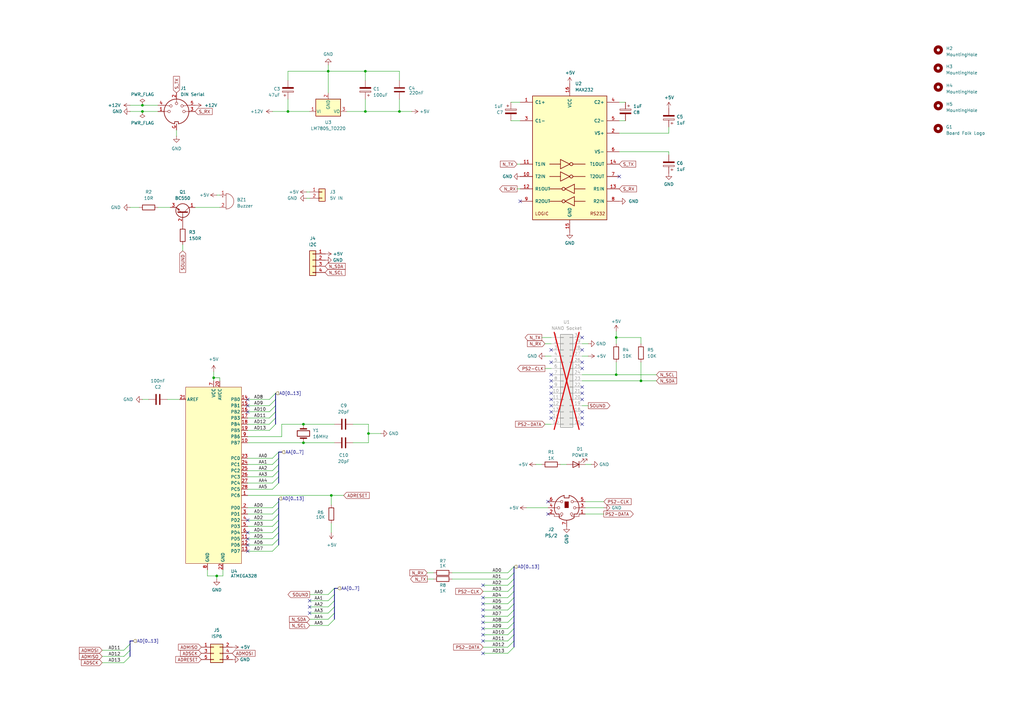
<source format=kicad_sch>
(kicad_sch (version 20231120) (generator "eeschema") (generator_version "8.0")
  (paper "A3")
  (lib_symbols
    (symbol "Connector_Generic:Conn_01x02" (pin_names (offset 1.016) hide)
      (property "Reference" "J" (at 0 2.54 0))
      (property "Value" "Conn_01x02" (at 0 -5.08 0))
      (symbol "Conn_01x02_1_1"
        (pin passive line (at -5.08 0 0) (length 3.81) (name "Pin_1") (number "1"))
        (pin passive line (at -5.08 -2.54 0) (length 3.81) (name "Pin_2") (number "2"))
      )
    )
    (symbol "Connector_Generic:Conn_01x04" (pin_names (offset 1.016) hide)
      (property "Reference" "J" (at 0 5.08 0))
      (property "Value" "Conn_01x04" (at 0 -7.62 0))
      (symbol "Conn_01x04_1_1"
        (pin passive line (at -5.08 2.54 0) (length 3.81) (name "Pin_1") (number "1"))
        (pin passive line (at -5.08 0 0) (length 3.81) (name "Pin_2") (number "2"))
        (pin passive line (at -5.08 -2.54 0) (length 3.81) (name "Pin_3") (number "3"))
        (pin passive line (at -5.08 -5.08 0) (length 3.81) (name "Pin_4") (number "4"))
      )
    )
    (symbol "Connector_Generic:Conn_02x03_Odd_Even" (pin_names (offset 1.016) hide)
      (property "Reference" "J" (at 1.27 5.08 0))
      (property "Value" "Conn_02x03_Odd_Even" (at 1.27 -5.08 0))
      (symbol "Conn_02x03_Odd_Even_1_1"
        (pin passive line (at -5.08 2.54 0) (length 3.81) (name "Pin_1") (number "1"))
        (pin passive line (at 7.62 2.54 180) (length 3.81) (name "Pin_2") (number "2"))
        (pin passive line (at -5.08 0 0) (length 3.81) (name "Pin_3") (number "3"))
        (pin passive line (at 7.62 0 180) (length 3.81) (name "Pin_4") (number "4"))
        (pin passive line (at -5.08 -2.54 0) (length 3.81) (name "Pin_5") (number "5"))
        (pin passive line (at 7.62 -2.54 180) (length 3.81) (name "Pin_6") (number "6"))
      )
    )
    (symbol "Connector_Generic:Conn_02x15_Counter_Clockwise" (pin_names (offset 1.016) hide)
      (property "Reference" "J" (at 1.27 20.32 0))
      (property "Value" "Conn_02x15_Counter_Clockwise" (at 1.27 -20.32 0))
      (symbol "Conn_02x15_Counter_Clockwise_1_1"
        (pin passive line (at -5.08 17.78 0) (length 3.81) (name "Pin_1") (number "1"))
        (pin passive line (at -5.08 -5.08 0) (length 3.81) (name "Pin_10") (number "10"))
        (pin passive line (at -5.08 -7.62 0) (length 3.81) (name "Pin_11") (number "11"))
        (pin passive line (at -5.08 -10.16 0) (length 3.81) (name "Pin_12") (number "12"))
        (pin passive line (at -5.08 -12.7 0) (length 3.81) (name "Pin_13") (number "13"))
        (pin passive line (at -5.08 -15.24 0) (length 3.81) (name "Pin_14") (number "14"))
        (pin passive line (at -5.08 -17.78 0) (length 3.81) (name "Pin_15") (number "15"))
        (pin passive line (at 7.62 -17.78 180) (length 3.81) (name "Pin_16") (number "16"))
        (pin passive line (at 7.62 -15.24 180) (length 3.81) (name "Pin_17") (number "17"))
        (pin passive line (at 7.62 -12.7 180) (length 3.81) (name "Pin_18") (number "18"))
        (pin passive line (at 7.62 -10.16 180) (length 3.81) (name "Pin_19") (number "19"))
        (pin passive line (at -5.08 15.24 0) (length 3.81) (name "Pin_2") (number "2"))
        (pin passive line (at 7.62 -7.62 180) (length 3.81) (name "Pin_20") (number "20"))
        (pin passive line (at 7.62 -5.08 180) (length 3.81) (name "Pin_21") (number "21"))
        (pin passive line (at 7.62 -2.54 180) (length 3.81) (name "Pin_22") (number "22"))
        (pin passive line (at 7.62 0 180) (length 3.81) (name "Pin_23") (number "23"))
        (pin passive line (at 7.62 2.54 180) (length 3.81) (name "Pin_24") (number "24"))
        (pin passive line (at 7.62 5.08 180) (length 3.81) (name "Pin_25") (number "25"))
        (pin passive line (at 7.62 7.62 180) (length 3.81) (name "Pin_26") (number "26"))
        (pin passive line (at 7.62 10.16 180) (length 3.81) (name "Pin_27") (number "27"))
        (pin passive line (at 7.62 12.7 180) (length 3.81) (name "Pin_28") (number "28"))
        (pin passive line (at 7.62 15.24 180) (length 3.81) (name "Pin_29") (number "29"))
        (pin passive line (at -5.08 12.7 0) (length 3.81) (name "Pin_3") (number "3"))
        (pin passive line (at 7.62 17.78 180) (length 3.81) (name "Pin_30") (number "30"))
        (pin passive line (at -5.08 10.16 0) (length 3.81) (name "Pin_4") (number "4"))
        (pin passive line (at -5.08 7.62 0) (length 3.81) (name "Pin_5") (number "5"))
        (pin passive line (at -5.08 5.08 0) (length 3.81) (name "Pin_6") (number "6"))
        (pin passive line (at -5.08 2.54 0) (length 3.81) (name "Pin_7") (number "7"))
        (pin passive line (at -5.08 0 0) (length 3.81) (name "Pin_8") (number "8"))
        (pin passive line (at -5.08 -2.54 0) (length 3.81) (name "Pin_9") (number "9"))
      )
    )
    (symbol "Device:Buzzer" (pin_names (offset 0.0254) hide)
      (property "Reference" "BZ" (at 3.81 1.27 0))
      (property "Value" "Buzzer" (at 3.81 -1.27 0))
      (symbol "Buzzer_1_1"
        (pin passive line (at -2.54 2.54 0) (length 2.54) (name "+") (number "1"))
        (pin passive line (at -2.54 -2.54 0) (length 2.54) (name "-") (number "2"))
      )
    )
    (symbol "Device:C" (pin_numbers hide) (pin_names (offset 0.254))
      (property "Reference" "C" (at 0.635 2.54 0))
      (property "Value" "C" (at 0.635 -2.54 0))
      (symbol "C_1_1"
        (pin passive line (at 0 3.81 270) (length 2.794) (name "~") (number "1"))
        (pin passive line (at 0 -3.81 90) (length 2.794) (name "~") (number "2"))
      )
    )
    (symbol "Device:C_Polarized" (pin_numbers hide) (pin_names (offset 0.254))
      (property "Reference" "C" (at 0.635 2.54 0))
      (property "Value" "C_Polarized" (at 0.635 -2.54 0))
      (symbol "C_Polarized_1_1"
        (pin passive line (at 0 3.81 270) (length 2.794) (name "~") (number "1"))
        (pin passive line (at 0 -3.81 90) (length 2.794) (name "~") (number "2"))
      )
    )
    (symbol "Device:Crystal" (pin_numbers hide) (pin_names (offset 1.016) hide)
      (property "Reference" "Y" (at 0 3.81 0))
      (property "Value" "Crystal" (at 0 -3.81 0))
      (symbol "Crystal_1_1"
        (pin passive line (at -3.81 0 0) (length 1.27) (name "1") (number "1"))
        (pin passive line (at 3.81 0 180) (length 1.27) (name "2") (number "2"))
      )
    )
    (symbol "Device:LED" (pin_numbers hide) (pin_names (offset 1.016) hide)
      (property "Reference" "D" (at 0 2.54 0))
      (property "Value" "LED" (at 0 -2.54 0))
      (symbol "LED_1_1"
        (pin passive line (at -3.81 0 0) (length 2.54) (name "K") (number "1"))
        (pin passive line (at 3.81 0 180) (length 2.54) (name "A") (number "2"))
      )
    )
    (symbol "Device:R" (pin_numbers hide) (pin_names (offset 0))
      (property "Reference" "R" (at 2.032 0 90))
      (property "Value" "R" (at 0 0 90))
      (symbol "R_1_1"
        (pin passive line (at 0 3.81 270) (length 1.27) (name "~") (number "1"))
        (pin passive line (at 0 -3.81 90) (length 1.27) (name "~") (number "2"))
      )
    )
    (symbol "Dragon32_PS2:ATMEGA328"
      (property "Reference" "IC" (at 6.35 -38.1 0))
      (property "Value" "ATMEGA328" (at 6.35 -40.64 0))
      (symbol "ATMEGA328_0_0"
        (pin bidirectional line (at 13.97 -7.62 180) (length 2.54) (name "PC6") (number "1"))
        (pin bidirectional line (at 13.97 13.97 180) (length 2.54) (name "PB7") (number "10"))
        (pin bidirectional line (at 13.97 -25.4 180) (length 2.54) (name "PD5") (number "11"))
        (pin bidirectional line (at 13.97 -27.94 180) (length 2.54) (name "PD6") (number "12"))
        (pin bidirectional line (at 13.97 -30.48 180) (length 2.54) (name "PD7") (number "13"))
        (pin bidirectional line (at 13.97 31.75 180) (length 2.54) (name "PB0") (number "14"))
        (pin bidirectional line (at 13.97 29.21 180) (length 2.54) (name "PB1") (number "15"))
        (pin bidirectional line (at 13.97 26.67 180) (length 2.54) (name "PB2") (number "16"))
        (pin bidirectional line (at 13.97 24.13 180) (length 2.54) (name "PB3") (number "17"))
        (pin bidirectional line (at 13.97 21.59 180) (length 2.54) (name "PB4") (number "18"))
        (pin bidirectional line (at 13.97 19.05 180) (length 2.54) (name "PB5") (number "19"))
        (pin bidirectional line (at 13.97 -12.7 180) (length 2.54) (name "PD0") (number "2"))
        (pin power_in line (at 2.54 39.37 270) (length 2.54) (name "AVCC") (number "20"))
        (pin passive line (at -13.97 31.75 0) (length 2.54) (name "AREF") (number "21"))
        (pin power_in line (at 3.81 -38.1 90) (length 2.54) (name "GND") (number "22"))
        (pin bidirectional line (at 13.97 7.62 180) (length 2.54) (name "PC0") (number "23"))
        (pin bidirectional line (at 13.97 5.08 180) (length 2.54) (name "PC1") (number "24"))
        (pin bidirectional line (at 13.97 2.54 180) (length 2.54) (name "PC2") (number "25"))
        (pin bidirectional line (at 13.97 0 180) (length 2.54) (name "PC3") (number "26"))
        (pin bidirectional line (at 13.97 -2.54 180) (length 2.54) (name "PC4") (number "27"))
        (pin bidirectional line (at 13.97 -5.08 180) (length 2.54) (name "PC5") (number "28"))
        (pin bidirectional line (at 13.97 -15.24 180) (length 2.54) (name "PD1") (number "3"))
        (pin bidirectional line (at 13.97 -17.78 180) (length 2.54) (name "PD2") (number "4"))
        (pin bidirectional line (at 13.97 -20.32 180) (length 2.54) (name "PD3") (number "5"))
        (pin bidirectional line (at 13.97 -22.86 180) (length 2.54) (name "PD4") (number "6"))
        (pin power_in line (at 0 39.37 270) (length 2.54) (name "VCC") (number "7"))
        (pin power_in line (at -2.54 -38.1 90) (length 2.54) (name "GND") (number "8"))
        (pin bidirectional line (at 13.97 16.51 180) (length 2.54) (name "PB6") (number "9"))
      )
    )
    (symbol "Interface_UART:MAX232" (pin_names (offset 1.016))
      (property "Reference" "U" (at -2.54 28.575 0))
      (property "Value" "MAX232" (at -2.54 26.67 0))
      (symbol "MAX232_0_0"
        (text "LOGIC" (at -11.43 -22.86 0) (effects (font (size 1.27 1.27))))
        (text "RS232" (at 11.43 -22.86 0) (effects (font (size 1.27 1.27))))
      )
      (symbol "MAX232_1_1"
        (pin passive line (at -20.32 22.86 0) (length 5.08) (name "C1+") (number "1"))
        (pin input line (at -20.32 -7.62 0) (length 5.08) (name "T2IN") (number "10"))
        (pin input line (at -20.32 -2.54 0) (length 5.08) (name "T1IN") (number "11"))
        (pin output line (at -20.32 -12.7 0) (length 5.08) (name "R1OUT") (number "12"))
        (pin input line (at 20.32 -12.7 180) (length 5.08) (name "R1IN") (number "13"))
        (pin output line (at 20.32 -2.54 180) (length 5.08) (name "T1OUT") (number "14"))
        (pin power_in line (at 0 -30.48 90) (length 5.08) (name "GND") (number "15"))
        (pin power_in line (at 0 30.48 270) (length 5.08) (name "VCC") (number "16"))
        (pin power_out line (at 20.32 10.16 180) (length 5.08) (name "VS+") (number "2"))
        (pin passive line (at -20.32 15.24 0) (length 5.08) (name "C1-") (number "3"))
        (pin passive line (at 20.32 22.86 180) (length 5.08) (name "C2+") (number "4"))
        (pin passive line (at 20.32 15.24 180) (length 5.08) (name "C2-") (number "5"))
        (pin power_out line (at 20.32 2.54 180) (length 5.08) (name "VS-") (number "6"))
        (pin output line (at 20.32 -7.62 180) (length 5.08) (name "T2OUT") (number "7"))
        (pin input line (at 20.32 -17.78 180) (length 5.08) (name "R2IN") (number "8"))
        (pin output line (at -20.32 -17.78 0) (length 5.08) (name "R2OUT") (number "9"))
      )
    )
    (symbol "Mechanical:MountingHole" (pin_names (offset 1.016)) (exclude_from_sim yes) (in_bom no)
      (property "Reference" "H" (at 0 5.08 0))
      (property "Value" "MountingHole" (at 0 3.175 0))
    )
    (symbol "Regulator_Linear:LM7805_TO220" (pin_names (offset 0.254))
      (property "Reference" "U" (at -3.81 3.175 0))
      (property "Value" "LM7805_TO220" (at 0 3.175 0))
      (symbol "LM7805_TO220_1_1"
        (pin power_in line (at -7.62 0 0) (length 2.54) (name "VI") (number "1"))
        (pin power_in line (at 0 -7.62 90) (length 2.54) (name "GND") (number "2"))
        (pin power_out line (at 7.62 0 180) (length 2.54) (name "VO") (number "3"))
      )
    )
    (symbol "TIMPS2Key:DIN Serial" (pin_names (offset 1.016))
      (property "Reference" "REF**" (at -12.7 -5.08 0))
      (property "Value" "DIN Serial" (at -12.7 -7.62 0))
      (symbol "DIN Serial_1_1"
        (pin passive line (at -7.62 0 0) (length 2.54) (name "~") (number "1"))
        (pin passive line (at 0 7.62 270) (length 2.54) (name "~") (number "2"))
        (pin passive line (at 7.62 0 180) (length 2.54) (name "~") (number "3"))
        (pin passive line (at -7.62 2.54 0) (length 2.54) (name "~") (number "4"))
        (pin passive line (at 7.62 2.54 180) (length 2.54) (name "~") (number "5"))
        (pin passive line (at 0 -7.62 90) (length 2.54) (name "~") (number "G"))
      )
    )
    (symbol "TIMPS2Key:Mini-DIN-6" (pin_names (offset 1.016))
      (property "Reference" "J3" (at 0.0177 10.16 0))
      (property "Value" "PS/2" (at 0.0177 7.62 0))
      (symbol "Mini-DIN-6_1_1"
        (pin passive line (at 7.62 -2.54 180) (length 2.54) (name "~") (number "1"))
        (pin passive line (at -7.62 -2.54 0) (length 2.54) (name "~") (number "2"))
        (pin passive line (at 7.62 0 180) (length 2.54) (name "~") (number "3"))
        (pin passive line (at -7.62 0 0) (length 2.54) (name "~") (number "4"))
        (pin passive line (at 7.62 2.54 180) (length 2.54) (name "~") (number "5"))
        (pin passive line (at -7.62 2.54 0) (length 2.54) (name "~") (number "6"))
        (pin passive line (at 0 -7.62 90) (length 2.54) (name "") (number "7"))
      )
    )
    (symbol "Transistor_BJT:BC550" (pin_names (offset 0) hide)
      (property "Reference" "Q" (at 5.08 1.905 0))
      (property "Value" "BC550" (at 5.08 0 0))
      (symbol "BC550_1_1"
        (pin passive line (at 2.54 5.08 270) (length 2.54) (name "C") (number "1"))
        (pin input line (at -5.08 0 0) (length 5.08) (name "B") (number "2"))
        (pin passive line (at 2.54 -5.08 90) (length 2.54) (name "E") (number "3"))
      )
    )
    (symbol "power:+12V" (power) (pin_numbers hide) (pin_names (offset 0) hide)
      (property "Value" "+12V" (at 0 3.556 0))
      (symbol "+12V_1_1"
        (pin power_in line (at 0 0 90) (length 0) (name "~") (number "1"))
      )
    )
    (symbol "power:+5V" (power) (pin_numbers hide) (pin_names (offset 0) hide)
      (property "Value" "+5V" (at 0 3.556 0))
      (symbol "+5V_1_1"
        (pin power_in line (at 0 0 90) (length 0) (name "~") (number "1"))
      )
    )
    (symbol "power:GND" (power) (pin_numbers hide) (pin_names (offset 0) hide)
      (property "Value" "GND" (at 0 -3.81 0))
      (symbol "GND_1_1"
        (pin power_in line (at 0 0 270) (length 0) (name "~") (number "1"))
      )
    )
    (symbol "power:PWR_FLAG" (power) (pin_numbers hide) (pin_names (offset 0) hide)
      (property "Value" "PWR_FLAG" (at 0 3.81 0))
      (symbol "PWR_FLAG_0_0"
        (pin power_out line (at 0 0 90) (length 0) (name "~") (number "1"))
      )
    )
  )
  (junction (at 87.63 154.94))
  (junction (at 252.73 138.43))
  (junction (at 118.11 45.72))
  (junction (at 262.89 156.21))
  (junction (at 124.46 181.61))
  (junction (at 88.9 236.22))
  (junction (at 149.86 45.72))
  (junction (at 151.13 177.8))
  (junction (at 134.62 29.21))
  (junction (at 252.73 153.67))
  (junction (at 58.42 43.18))
  (junction (at 149.86 29.21))
  (junction (at 124.46 173.99))
  (junction (at 163.83 45.72))
  (junction (at 58.42 45.72))
  (junction (at 135.89 203.2))
  (no_connect (at 198.12 247.65))
  (no_connect (at 226.06 161.29))
  (no_connect (at 198.12 262.89))
  (no_connect (at 101.6 218.44))
  (no_connect (at 101.6 168.91))
  (no_connect (at 101.6 213.36))
  (no_connect (at 101.6 163.83))
  (no_connect (at 238.76 151.13))
  (no_connect (at 226.06 166.37))
  (no_connect (at 238.76 158.75))
  (no_connect (at 238.76 171.45))
  (no_connect (at 226.06 163.83))
  (no_connect (at 254 72.39))
  (no_connect (at 198.12 255.27))
  (no_connect (at 238.76 168.91))
  (no_connect (at 198.12 257.81))
  (no_connect (at 238.76 143.51))
  (no_connect (at 224.79 205.74))
  (no_connect (at 238.76 163.83))
  (no_connect (at 198.12 245.11))
  (no_connect (at 101.6 223.52))
  (no_connect (at 127 248.92))
  (no_connect (at 226.06 158.75))
  (no_connect (at 226.06 171.45))
  (no_connect (at 226.06 168.91))
  (no_connect (at 238.76 161.29))
  (no_connect (at 198.12 240.03))
  (no_connect (at 101.6 166.37))
  (no_connect (at 213.36 82.55))
  (no_connect (at 238.76 173.99))
  (no_connect (at 226.06 153.67))
  (no_connect (at 198.12 267.97))
  (no_connect (at 101.6 226.06))
  (no_connect (at 224.79 210.82))
  (no_connect (at 226.06 148.59))
  (no_connect (at 127 251.46))
  (no_connect (at 198.12 250.19))
  (no_connect (at 238.76 138.43))
  (no_connect (at 238.76 148.59))
  (no_connect (at 226.06 156.21))
  (no_connect (at 198.12 252.73))
  (no_connect (at 101.6 220.98))
  (no_connect (at 226.06 143.51))
  (no_connect (at 198.12 260.35))
  (no_connect (at 127 246.38))
  (bus_entry (at 208.28 240.03) (size 2.54 -2.54))
  (bus_entry (at 50.8 269.24) (size 2.54 -2.54))
  (bus_entry (at 208.28 237.49) (size 2.54 -2.54))
  (bus_entry (at 134.62 256.54) (size 2.54 -2.54))
  (bus_entry (at 110.49 168.91) (size 2.54 -2.54))
  (bus_entry (at 110.49 166.37) (size 2.54 -2.54))
  (bus_entry (at 208.28 260.35) (size 2.54 -2.54))
  (bus_entry (at 208.28 245.11) (size 2.54 -2.54))
  (bus_entry (at 111.76 223.52) (size 2.54 -2.54))
  (bus_entry (at 111.76 218.44) (size 2.54 -2.54))
  (bus_entry (at 134.62 246.38) (size 2.54 -2.54))
  (bus_entry (at 208.28 255.27) (size 2.54 -2.54))
  (bus_entry (at 50.8 271.78) (size 2.54 -2.54))
  (bus_entry (at 208.28 242.57) (size 2.54 -2.54))
  (bus_entry (at 208.28 262.89) (size 2.54 -2.54))
  (bus_entry (at 111.76 213.36) (size 2.54 -2.54))
  (bus_entry (at 111.76 200.66) (size 2.54 -2.54))
  (bus_entry (at 50.8 266.7) (size 2.54 -2.54))
  (bus_entry (at 111.76 220.98) (size 2.54 -2.54))
  (bus_entry (at 111.76 193.04) (size 2.54 -2.54))
  (bus_entry (at 111.76 226.06) (size 2.54 -2.54))
  (bus_entry (at 110.49 176.53) (size 2.54 -2.54))
  (bus_entry (at 111.76 187.96) (size 2.54 -2.54))
  (bus_entry (at 111.76 195.58) (size 2.54 -2.54))
  (bus_entry (at 110.49 171.45) (size 2.54 -2.54))
  (bus_entry (at 110.49 163.83) (size 2.54 -2.54))
  (bus_entry (at 208.28 247.65) (size 2.54 -2.54))
  (bus_entry (at 208.28 257.81) (size 2.54 -2.54))
  (bus_entry (at 208.28 267.97) (size 2.54 -2.54))
  (bus_entry (at 208.28 265.43) (size 2.54 -2.54))
  (bus_entry (at 208.28 234.95) (size 2.54 -2.54))
  (bus_entry (at 208.28 250.19) (size 2.54 -2.54))
  (bus_entry (at 134.62 254) (size 2.54 -2.54))
  (bus_entry (at 134.62 251.46) (size 2.54 -2.54))
  (bus_entry (at 134.62 248.92) (size 2.54 -2.54))
  (bus_entry (at 134.62 243.84) (size 2.54 -2.54))
  (bus_entry (at 111.76 210.82) (size 2.54 -2.54))
  (bus_entry (at 111.76 190.5) (size 2.54 -2.54))
  (bus_entry (at 111.76 215.9) (size 2.54 -2.54))
  (bus_entry (at 111.76 198.12) (size 2.54 -2.54))
  (bus_entry (at 208.28 252.73) (size 2.54 -2.54))
  (bus_entry (at 111.76 208.28) (size 2.54 -2.54))
  (bus_entry (at 110.49 173.99) (size 2.54 -2.54))
  (wire (pts (xy 142.24 45.72) (xy 149.86 45.72)))
  (wire (pts (xy 213.36 77.47) (xy 212.09 77.47)))
  (wire (pts (xy 151.13 173.99) (xy 151.13 177.8)))
  (wire (pts (xy 222.25 138.43) (xy 226.06 138.43)))
  (wire (pts (xy 41.91 271.78) (xy 50.8 271.78)))
  (wire (pts (xy 101.6 213.36) (xy 111.76 213.36)))
  (bus (pts (xy 114.3 220.98) (xy 114.3 223.52)))
  (wire (pts (xy 198.12 240.03) (xy 208.28 240.03)))
  (wire (pts (xy 90.17 156.21) (xy 90.17 154.94)))
  (wire (pts (xy 101.6 203.2) (xy 135.89 203.2)))
  (wire (pts (xy 127 243.84) (xy 134.62 243.84)))
  (wire (pts (xy 85.09 236.22) (xy 85.09 233.68)))
  (bus (pts (xy 114.3 205.74) (xy 114.3 208.28)))
  (wire (pts (xy 252.73 148.59) (xy 252.73 153.67)))
  (bus (pts (xy 114.3 213.36) (xy 114.3 215.9)))
  (bus (pts (xy 210.82 240.03) (xy 210.82 242.57)))
  (wire (pts (xy 198.12 250.19) (xy 208.28 250.19)))
  (wire (pts (xy 274.32 62.23) (xy 254 62.23)))
  (wire (pts (xy 101.6 215.9) (xy 111.76 215.9)))
  (wire (pts (xy 209.55 41.91) (xy 213.36 41.91)))
  (wire (pts (xy 124.46 181.61) (xy 137.16 181.61)))
  (bus (pts (xy 113.03 166.37) (xy 113.03 168.91)))
  (wire (pts (xy 101.6 166.37) (xy 110.49 166.37)))
  (wire (pts (xy 101.6 173.99) (xy 110.49 173.99)))
  (wire (pts (xy 149.86 40.64) (xy 149.86 45.72)))
  (wire (pts (xy 185.42 234.95) (xy 208.28 234.95)))
  (bus (pts (xy 210.82 262.89) (xy 210.82 265.43)))
  (wire (pts (xy 185.42 237.49) (xy 208.28 237.49)))
  (wire (pts (xy 252.73 138.43) (xy 252.73 140.97)))
  (wire (pts (xy 101.6 181.61) (xy 124.46 181.61)))
  (bus (pts (xy 210.82 232.41) (xy 210.82 234.95)))
  (wire (pts (xy 198.12 267.97) (xy 208.28 267.97)))
  (wire (pts (xy 53.34 45.72) (xy 58.42 45.72)))
  (bus (pts (xy 210.82 247.65) (xy 210.82 250.19)))
  (bus (pts (xy 113.03 171.45) (xy 113.03 173.99)))
  (wire (pts (xy 118.11 40.64) (xy 118.11 45.72)))
  (wire (pts (xy 58.42 43.18) (xy 64.77 43.18)))
  (wire (pts (xy 101.6 220.98) (xy 111.76 220.98)))
  (wire (pts (xy 240.03 190.5) (xy 242.57 190.5)))
  (wire (pts (xy 90.17 154.94) (xy 87.63 154.94)))
  (wire (pts (xy 240.03 208.28) (xy 247.65 208.28)))
  (wire (pts (xy 215.9 208.28) (xy 224.79 208.28)))
  (wire (pts (xy 101.6 179.07) (xy 115.57 179.07)))
  (bus (pts (xy 210.82 237.49) (xy 210.82 240.03)))
  (wire (pts (xy 74.93 102.87) (xy 74.93 100.33)))
  (wire (pts (xy 223.52 140.97) (xy 226.06 140.97)))
  (bus (pts (xy 115.57 185.42) (xy 114.3 185.42)))
  (wire (pts (xy 111.76 45.72) (xy 118.11 45.72)))
  (bus (pts (xy 114.3 190.5) (xy 114.3 193.04)))
  (wire (pts (xy 127 248.92) (xy 134.62 248.92)))
  (bus (pts (xy 137.16 241.3) (xy 137.16 243.84)))
  (wire (pts (xy 101.6 208.28) (xy 111.76 208.28)))
  (wire (pts (xy 198.12 247.65) (xy 208.28 247.65)))
  (wire (pts (xy 101.6 218.44) (xy 111.76 218.44)))
  (wire (pts (xy 175.26 237.49) (xy 177.8 237.49)))
  (wire (pts (xy 127 256.54) (xy 134.62 256.54)))
  (wire (pts (xy 262.89 156.21) (xy 238.76 156.21)))
  (bus (pts (xy 137.16 248.92) (xy 137.16 251.46)))
  (wire (pts (xy 262.89 138.43) (xy 252.73 138.43)))
  (bus (pts (xy 114.3 193.04) (xy 114.3 195.58)))
  (wire (pts (xy 127 254) (xy 134.62 254)))
  (bus (pts (xy 210.82 252.73) (xy 210.82 255.27)))
  (wire (pts (xy 213.36 67.31) (xy 212.09 67.31)))
  (wire (pts (xy 175.26 234.95) (xy 177.8 234.95)))
  (wire (pts (xy 125.73 81.28) (xy 127 81.28)))
  (bus (pts (xy 210.82 234.95) (xy 210.82 237.49)))
  (wire (pts (xy 91.44 233.68) (xy 91.44 236.22)))
  (wire (pts (xy 219.71 190.5) (xy 222.25 190.5)))
  (wire (pts (xy 198.12 262.89) (xy 208.28 262.89)))
  (wire (pts (xy 41.91 266.7) (xy 50.8 266.7)))
  (wire (pts (xy 254 49.53) (xy 256.54 49.53)))
  (bus (pts (xy 137.16 251.46) (xy 137.16 254)))
  (wire (pts (xy 53.34 43.18) (xy 58.42 43.18)))
  (wire (pts (xy 87.63 154.94) (xy 87.63 156.21)))
  (bus (pts (xy 114.3 187.96) (xy 114.3 190.5)))
  (wire (pts (xy 240.03 210.82) (xy 247.65 210.82)))
  (wire (pts (xy 274.32 54.61) (xy 254 54.61)))
  (bus (pts (xy 53.34 264.16) (xy 53.34 266.7)))
  (wire (pts (xy 223.52 146.05) (xy 226.06 146.05)))
  (wire (pts (xy 151.13 177.8) (xy 156.21 177.8)))
  (wire (pts (xy 124.46 173.99) (xy 137.16 173.99)))
  (wire (pts (xy 91.44 236.22) (xy 88.9 236.22)))
  (wire (pts (xy 252.73 135.89) (xy 252.73 138.43)))
  (bus (pts (xy 114.3 185.42) (xy 114.3 187.96)))
  (wire (pts (xy 198.12 242.57) (xy 208.28 242.57)))
  (wire (pts (xy 101.6 193.04) (xy 111.76 193.04)))
  (wire (pts (xy 64.77 85.09) (xy 69.85 85.09)))
  (wire (pts (xy 274.32 52.07) (xy 274.32 54.61)))
  (wire (pts (xy 101.6 200.66) (xy 111.76 200.66)))
  (wire (pts (xy 53.34 85.09) (xy 57.15 85.09)))
  (wire (pts (xy 198.12 265.43) (xy 208.28 265.43)))
  (wire (pts (xy 125.73 78.74) (xy 127 78.74)))
  (bus (pts (xy 114.3 204.47) (xy 114.3 205.74)))
  (wire (pts (xy 149.86 45.72) (xy 163.83 45.72)))
  (wire (pts (xy 198.12 260.35) (xy 208.28 260.35)))
  (wire (pts (xy 90.17 80.01) (xy 88.9 80.01)))
  (wire (pts (xy 58.42 163.83) (xy 60.96 163.83)))
  (wire (pts (xy 163.83 40.64) (xy 163.83 45.72)))
  (wire (pts (xy 151.13 181.61) (xy 151.13 177.8)))
  (wire (pts (xy 101.6 176.53) (xy 110.49 176.53)))
  (wire (pts (xy 127 246.38) (xy 134.62 246.38)))
  (wire (pts (xy 127 251.46) (xy 134.62 251.46)))
  (wire (pts (xy 198.12 255.27) (xy 208.28 255.27)))
  (wire (pts (xy 238.76 146.05) (xy 241.3 146.05)))
  (bus (pts (xy 113.03 161.29) (xy 113.03 163.83)))
  (wire (pts (xy 274.32 63.5) (xy 274.32 62.23)))
  (bus (pts (xy 137.16 246.38) (xy 137.16 248.92)))
  (wire (pts (xy 262.89 148.59) (xy 262.89 156.21)))
  (bus (pts (xy 114.3 195.58) (xy 114.3 198.12)))
  (wire (pts (xy 135.89 203.2) (xy 140.97 203.2)))
  (wire (pts (xy 88.9 236.22) (xy 88.9 237.49)))
  (wire (pts (xy 88.9 236.22) (xy 85.09 236.22)))
  (wire (pts (xy 149.86 29.21) (xy 163.83 29.21)))
  (wire (pts (xy 118.11 45.72) (xy 127 45.72)))
  (wire (pts (xy 252.73 153.67) (xy 238.76 153.67)))
  (bus (pts (xy 210.82 260.35) (xy 210.82 262.89)))
  (wire (pts (xy 240.03 205.74) (xy 247.65 205.74)))
  (wire (pts (xy 101.6 198.12) (xy 111.76 198.12)))
  (bus (pts (xy 53.34 262.89) (xy 53.34 264.16)))
  (wire (pts (xy 134.62 26.67) (xy 134.62 29.21)))
  (bus (pts (xy 114.3 210.82) (xy 114.3 213.36)))
  (bus (pts (xy 54.61 262.89) (xy 53.34 262.89)))
  (bus (pts (xy 114.3 215.9) (xy 114.3 218.44)))
  (wire (pts (xy 262.89 140.97) (xy 262.89 138.43)))
  (wire (pts (xy 68.58 163.83) (xy 73.66 163.83)))
  (wire (pts (xy 80.01 85.09) (xy 90.17 85.09)))
  (wire (pts (xy 269.24 153.67) (xy 252.73 153.67)))
  (wire (pts (xy 72.39 53.34) (xy 72.39 55.88)))
  (wire (pts (xy 209.55 49.53) (xy 213.36 49.53)))
  (wire (pts (xy 101.6 187.96) (xy 111.76 187.96)))
  (wire (pts (xy 149.86 29.21) (xy 149.86 33.02)))
  (bus (pts (xy 114.3 218.44) (xy 114.3 220.98)))
  (bus (pts (xy 210.82 250.19) (xy 210.82 252.73)))
  (wire (pts (xy 58.42 45.72) (xy 64.77 45.72)))
  (wire (pts (xy 198.12 257.81) (xy 208.28 257.81)))
  (wire (pts (xy 254 41.91) (xy 256.54 41.91)))
  (wire (pts (xy 101.6 163.83) (xy 110.49 163.83)))
  (bus (pts (xy 113.03 163.83) (xy 113.03 166.37)))
  (wire (pts (xy 198.12 245.11) (xy 208.28 245.11)))
  (wire (pts (xy 101.6 210.82) (xy 111.76 210.82)))
  (wire (pts (xy 134.62 29.21) (xy 149.86 29.21)))
  (bus (pts (xy 210.82 257.81) (xy 210.82 260.35)))
  (wire (pts (xy 115.57 173.99) (xy 124.46 173.99)))
  (wire (pts (xy 163.83 29.21) (xy 163.83 33.02)))
  (wire (pts (xy 241.3 166.37) (xy 238.76 166.37)))
  (bus (pts (xy 210.82 255.27) (xy 210.82 257.81)))
  (wire (pts (xy 223.52 151.13) (xy 226.06 151.13)))
  (wire (pts (xy 144.78 181.61) (xy 151.13 181.61)))
  (wire (pts (xy 115.57 179.07) (xy 115.57 173.99)))
  (wire (pts (xy 238.76 140.97) (xy 241.3 140.97)))
  (wire (pts (xy 134.62 29.21) (xy 134.62 38.1)))
  (wire (pts (xy 135.89 203.2) (xy 135.89 207.01)))
  (bus (pts (xy 137.16 243.84) (xy 137.16 246.38)))
  (bus (pts (xy 113.03 168.91) (xy 113.03 171.45)))
  (wire (pts (xy 118.11 33.02) (xy 118.11 29.21)))
  (wire (pts (xy 101.6 195.58) (xy 111.76 195.58)))
  (wire (pts (xy 101.6 190.5) (xy 111.76 190.5)))
  (wire (pts (xy 223.52 173.99) (xy 226.06 173.99)))
  (wire (pts (xy 163.83 45.72) (xy 168.91 45.72)))
  (bus (pts (xy 53.34 266.7) (xy 53.34 269.24)))
  (wire (pts (xy 101.6 171.45) (xy 110.49 171.45)))
  (wire (pts (xy 101.6 223.52) (xy 111.76 223.52)))
  (wire (pts (xy 101.6 168.91) (xy 110.49 168.91)))
  (wire (pts (xy 198.12 252.73) (xy 208.28 252.73)))
  (wire (pts (xy 101.6 226.06) (xy 111.76 226.06)))
  (wire (pts (xy 41.91 269.24) (xy 50.8 269.24)))
  (wire (pts (xy 135.89 214.63) (xy 135.89 218.44)))
  (wire (pts (xy 269.24 156.21) (xy 262.89 156.21)))
  (bus (pts (xy 114.3 208.28) (xy 114.3 210.82)))
  (wire (pts (xy 87.63 152.4) (xy 87.63 154.94)))
  (bus (pts (xy 210.82 245.11) (xy 210.82 247.65)))
  (wire (pts (xy 118.11 29.21) (xy 134.62 29.21)))
  (wire (pts (xy 229.87 190.5) (xy 232.41 190.5)))
  (bus (pts (xy 210.82 242.57) (xy 210.82 245.11)))
  (wire (pts (xy 144.78 173.99) (xy 151.13 173.99)))
  (bus (pts (xy 138.43 241.3) (xy 137.16 241.3)))
  (label "AA2" (at 128.905 248.92 0))
  (label "AD2" (at 201.93 240.03 0))
  (label "AA5" (at 106.045 200.66 0))
  (label "AD13" (at 201.93 267.97 0))
  (label "AA4" (at 128.905 254 0))
  (label "AA3" (at 106.045 195.58 0))
  (label "AD4" (at 104.14 218.44 0))
  (label "AA1" (at 128.905 246.38 0))
  (label "AD8" (at 201.93 255.27 0))
  (label "AD11" (at 201.93 262.89 0))
  (label "AD12" (at 104.14 173.99 0))
  (label "AA4" (at 106.045 198.12 0))
  (label "AD3" (at 201.93 242.57 0))
  (label "AD9" (at 201.93 257.81 0))
  (label "AD2" (at 104.14 213.36 0))
  (label "AD6" (at 201.93 250.19 0))
  (label "AD13" (at 44.45 271.78 0))
  (label "AA0" (at 128.905 243.84 0))
  (label "AA3" (at 128.905 251.46 0))
  (label "AD1" (at 104.14 210.82 0))
  (label "AD7" (at 201.93 252.73 0))
  (label "AD10" (at 201.93 260.35 0))
  (label "AD9" (at 104.14 166.37 0))
  (label "AD0" (at 201.93 234.95 0))
  (label "AD12" (at 201.93 265.43 0))
  (label "AD11" (at 44.45 266.7 0))
  (label "AD0" (at 104.14 208.28 0))
  (label "AD12" (at 44.45 269.24 0))
  (label "AD8" (at 104.14 163.83 0))
  (label "AA0" (at 106.045 187.96 0))
  (label "AA5" (at 128.905 256.54 0))
  (label "AD13" (at 104.14 176.53 0))
  (label "AD4" (at 201.93 245.11 0))
  (label "AD11" (at 104.14 171.45 0))
  (label "AD3" (at 104.14 215.9 0))
  (label "AA1" (at 106.045 190.5 0))
  (label "AD1" (at 201.93 237.49 0))
  (label "AD5" (at 201.93 247.65 0))
  (label "AA2" (at 106.045 193.04 0))
  (label "AD10" (at 104.14 168.91 0))
  (label "AD5" (at 104.14 220.98 0))
  (label "AD7" (at 104.14 226.06 0))
  (label "AD6" (at 104.14 223.52 0))
  (global_label "S_RX" (shape input) (at 254 77.47 0) (property "Intersheetrefs" "${INTERSHEET_REFS}" (effects (hide yes))))
  (global_label "N_SCL" (shape input) (at 269.24 153.67 0) (property "Intersheetrefs" "${INTERSHEET_REFS}" (effects (hide yes))))
  (global_label "PS2-CLK" (shape input) (at 198.12 242.57 180) (property "Intersheetrefs" "${INTERSHEET_REFS}" (effects (hide yes))))
  (global_label "PS2-CLK" (shape output) (at 223.52 151.13 180) (property "Intersheetrefs" "${INTERSHEET_REFS}" (effects (hide yes))))
  (global_label "ADMOSI" (shape input) (at 41.91 266.7 180) (property "Intersheetrefs" "${INTERSHEET_REFS}" (effects (hide yes))))
  (global_label "PS2-DATA" (shape input) (at 198.12 265.43 180) (property "Intersheetrefs" "${INTERSHEET_REFS}" (effects (hide yes))))
  (global_label "ADSCK" (shape input) (at 41.91 271.78 180) (property "Intersheetrefs" "${INTERSHEET_REFS}" (effects (hide yes))))
  (global_label "N_SCL" (shape input) (at 127 256.54 180) (property "Intersheetrefs" "${INTERSHEET_REFS}" (effects (hide yes))))
  (global_label "ADRESET" (shape input) (at 82.55 270.51 180) (property "Intersheetrefs" "${INTERSHEET_REFS}" (effects (hide yes))))
  (global_label "PS2-DATA" (shape output) (at 247.65 210.82 0) (property "Intersheetrefs" "${INTERSHEET_REFS}" (effects (hide yes))))
  (global_label "N_SDA" (shape input) (at 269.24 156.21 0) (property "Intersheetrefs" "${INTERSHEET_REFS}" (effects (hide yes))))
  (global_label "S_RX" (shape input) (at 80.01 45.72 0) (property "Intersheetrefs" "${INTERSHEET_REFS}" (effects (hide yes))))
  (global_label "N_SDA" (shape input) (at 127 254 180) (property "Intersheetrefs" "${INTERSHEET_REFS}" (effects (hide yes))))
  (global_label "ADMISO" (shape input) (at 82.55 265.43 180) (property "Intersheetrefs" "${INTERSHEET_REFS}" (effects (hide yes))))
  (global_label "SOUND" (shape output) (at 241.3 166.37 0) (property "Intersheetrefs" "${INTERSHEET_REFS}" (effects (hide yes))))
  (global_label "N_SCL" (shape input) (at 133.35 111.76 0) (property "Intersheetrefs" "${INTERSHEET_REFS}" (effects (hide yes))))
  (global_label "N_TX" (shape output) (at 175.26 237.49 180) (property "Intersheetrefs" "${INTERSHEET_REFS}" (effects (hide yes))))
  (global_label "PS2-CLK" (shape input) (at 247.65 205.74 0) (property "Intersheetrefs" "${INTERSHEET_REFS}" (effects (hide yes))))
  (global_label "N_RX" (shape input) (at 223.52 140.97 180) (property "Intersheetrefs" "${INTERSHEET_REFS}" (effects (hide yes))))
  (global_label "ADMOSI" (shape input) (at 95.25 267.97 0) (property "Intersheetrefs" "${INTERSHEET_REFS}" (effects (hide yes))))
  (global_label "N_TX" (shape output) (at 222.25 138.43 180) (property "Intersheetrefs" "${INTERSHEET_REFS}" (effects (hide yes))))
  (global_label "SOUND" (shape input) (at 74.93 102.87 270) (property "Intersheetrefs" "${INTERSHEET_REFS}" (effects (hide yes))))
  (global_label "N_RX" (shape input) (at 175.26 234.95 180) (property "Intersheetrefs" "${INTERSHEET_REFS}" (effects (hide yes))))
  (global_label "ADRESET" (shape input) (at 140.97 203.2 0) (property "Intersheetrefs" "${INTERSHEET_REFS}" (effects (hide yes))))
  (global_label "N_TX" (shape input) (at 212.09 67.31 180) (property "Intersheetrefs" "${INTERSHEET_REFS}" (effects (hide yes))))
  (global_label "SOUND" (shape output) (at 127 243.84 180) (property "Intersheetrefs" "${INTERSHEET_REFS}" (effects (hide yes))))
  (global_label "S_TX" (shape input) (at 254 67.31 0) (property "Intersheetrefs" "${INTERSHEET_REFS}" (effects (hide yes))))
  (global_label "PS2-DATA" (shape input) (at 223.52 173.99 180) (property "Intersheetrefs" "${INTERSHEET_REFS}" (effects (hide yes))))
  (global_label "ADSCK" (shape input) (at 82.55 267.97 180) (property "Intersheetrefs" "${INTERSHEET_REFS}" (effects (hide yes))))
  (global_label "N_SDA" (shape input) (at 133.35 109.22 0) (property "Intersheetrefs" "${INTERSHEET_REFS}" (effects (hide yes))))
  (global_label "ADMISO" (shape input) (at 41.91 269.24 180) (property "Intersheetrefs" "${INTERSHEET_REFS}" (effects (hide yes))))
  (global_label "S_TX" (shape input) (at 72.39 38.1 90) (property "Intersheetrefs" "${INTERSHEET_REFS}" (effects (hide yes))))
  (global_label "N_RX" (shape output) (at 212.09 77.47 180) (property "Intersheetrefs" "${INTERSHEET_REFS}" (effects (hide yes))))
  (hierarchical_label "AD[0..13]" (shape input) (at 210.82 232.41 0))
  (hierarchical_label "AA[0..7]" (shape input) (at 138.43 241.3 0))
  (hierarchical_label "AD[0..13]" (shape input) (at 114.3 204.47 0))
  (hierarchical_label "AD[0..13]" (shape input) (at 113.03 161.29 0))
  (hierarchical_label "AD[0..13]" (shape input) (at 54.61 262.89 0))
  (hierarchical_label "AA[0..7]" (shape input) (at 115.57 185.42 0))
  (symbol (lib_id "power:GND") (at 254 82.55 90) (unit 1)
    (property "Reference" "#PWR023" (effects (hide yes)))
    (property "Value" "GND" (at 257.81 82.55 90) (effects (justify right)))
    (property "Description" "Power symbol creates a global label with name \"GND\" , ground" (effects (hide yes)))
  )
  (symbol (lib_id "Connector_Generic:Conn_02x03_Odd_Even") (at 87.63 267.97 0) (unit 1)
    (property "Reference" "J5" (at 88.9 258.445 0))
    (property "Value" "ISP6" (at 88.9 260.985 0))
    (property "Footprint" "Connector_PinHeader_2.54mm:PinHeader_2x03_P2.54mm_Vertical" (effects (hide yes)))
  )
  (symbol (lib_id "power:GND") (at 88.9 237.49 0) (unit 1)
    (property "Reference" "#PWR031" (effects (hide yes)))
    (property "Value" "GND" (at 88.9 241.935 0))
  )
  (symbol (lib_id "Interface_UART:MAX232") (at 233.68 64.77 0) (unit 1)
    (property "Reference" "U2" (at 235.8741 34.29 0) (effects (justify left)))
    (property "Value" "MAX232" (at 235.8741 36.83 0) (effects (justify left)))
    (property "Footprint" "Package_DIP:DIP-16_W7.62mm" (effects (hide yes)))
    (property "Datasheet" "http://www.ti.com/lit/ds/symlink/max232.pdf" (effects (hide yes)))
    (property "Description" "Dual RS232 driver/receiver, 5V supply, 120kb/s, 0C-70C" (effects (hide yes)))
  )
  (symbol (lib_id "Connector_Generic:Conn_02x15_Counter_Clockwise") (at 231.14 156.21 0) (unit 1) (exclude_from_sim yes) (in_bom no) (on_board no) (dnp yes)
    (property "Reference" "U1" (at 232.41 132.08 0))
    (property "Value" "NANO Socket" (at 232.41 134.62 0))
    (property "Footprint" "Arduino:Arduino_Nano_WithMountingHoles" (effects (hide yes)))
    (property "Description" "Generic connector, double row, 02x15, counter clockwise pin numbering scheme (similar to DIP package numbering), script generated (kicad-library-utils/schlib/autogen/connector/)" (effects (hide yes)))
  )
  (symbol (lib_id "Device:C_Polarized") (at 274.32 67.31 180) (unit 1)
    (property "Reference" "C6" (at 277.495 66.929 0) (effects (justify right)))
    (property "Value" "1uF" (at 277.495 69.469 0) (effects (justify right)))
    (property "Footprint" "Capacitor_THT:CP_Radial_D4.0mm_P2.00mm" (effects (hide yes)))
    (property "Description" "Polarized capacitor" (effects (hide yes)))
  )
  (symbol (lib_id "Device:R") (at 135.89 210.82 0) (mirror x) (unit 1)
    (property "Reference" "R6" (at 131.445 210.185 0))
    (property "Value" "10K" (at 131.445 212.09 0))
    (property "Footprint" "Resistor_THT:R_Axial_DIN0204_L3.6mm_D1.6mm_P7.62mm_Horizontal" (effects (hide yes)))
  )
  (symbol (lib_id "Dragon32_PS2:ATMEGA328") (at 87.63 195.58 0) (unit 1)
    (property "Reference" "U4" (at 94.615 234.315 0) (effects (justify left)))
    (property "Value" "ATMEGA328" (at 94.615 236.22 0) (effects (justify left)))
    (property "Footprint" "Package_DIP:DIP-28_W7.62mm" (effects (hide yes)))
  )
  (symbol (lib_id "Mechanical:MountingHole") (at 384.8454 35.7348 0) (unit 1)
    (property "Reference" "H4" (at 388.0204 35.0998 0) (effects (justify left)))
    (property "Value" "MountingHole" (at 388.0204 37.6398 0) (effects (justify left)))
    (property "Footprint" "MountingHole:MountingHole_2.1mm" (effects (hide yes)))
    (property "Description" "Mounting Hole without connection" (effects (hide yes)))
  )
  (symbol (lib_id "power:+5V") (at 219.71 190.5 90) (unit 1)
    (property "Reference" "#PWR012" (effects (hide yes)))
    (property "Value" "+5V" (at 216.535 190.5 90) (effects (justify left)))
    (property "Description" "Power symbol creates a global label with name \"+5V\"" (effects (hide yes)))
  )
  (symbol (lib_id "power:GND") (at 58.42 163.83 270) (unit 1)
    (property "Reference" "#PWR09" (effects (hide yes)))
    (property "Value" "GND" (at 54.61 163.8299 90) (effects (justify right)))
  )
  (symbol (lib_id "power:+5V") (at 125.73 78.74 90) (unit 1)
    (property "Reference" "#PWR024" (effects (hide yes)))
    (property "Value" "+5V" (at 122.555 78.74 90) (effects (justify left)))
    (property "Description" "Power symbol creates a global label with name \"+5V\"" (effects (hide yes)))
  )
  (symbol (lib_id "Mechanical:MountingHole") (at 384.8454 43.3548 0) (unit 1)
    (property "Reference" "H5" (at 388.0204 42.7198 0) (effects (justify left)))
    (property "Value" "MountingHole" (at 388.0204 45.2598 0) (effects (justify left)))
    (property "Footprint" "MountingHole:MountingHole_2.1mm" (effects (hide yes)))
    (property "Description" "Mounting Hole without connection" (effects (hide yes)))
  )
  (symbol (lib_id "power:GND") (at 95.25 270.51 90) (unit 1)
    (property "Reference" "#PWR035" (effects (hide yes)))
    (property "Value" "GND" (at 98.425 270.5099 90) (effects (justify right)))
  )
  (symbol (lib_id "Device:C_Polarized") (at 274.32 48.26 180) (unit 1)
    (property "Reference" "C5" (at 277.495 47.879 0) (effects (justify right)))
    (property "Value" "1uF" (at 277.495 50.419 0) (effects (justify right)))
    (property "Footprint" "Capacitor_THT:CP_Radial_D4.0mm_P2.00mm" (effects (hide yes)))
    (property "Description" "Polarized capacitor" (effects (hide yes)))
  )
  (symbol (lib_id "TIMPS2Key:DIN Serial") (at 72.39 45.72 0) (unit 1)
    (property "Reference" "J1" (at 74.0411 36.195 0) (effects (justify left)))
    (property "Value" "DIN Serial" (at 74.0411 38.735 0) (effects (justify left)))
    (property "Footprint" "TIMPS2Key:DINSerial" (effects (hide yes)))
    (property "Description" "5-pin DIN connector (5-pin DIN-5 stereo)" (effects (hide yes)))
  )
  (symbol (lib_id "power:GND") (at 274.32 71.12 0) (unit 1)
    (property "Reference" "#PWR020" (effects (hide yes)))
    (property "Value" "GND" (at 274.32 75.565 0))
    (property "Description" "Power symbol creates a global label with name \"GND\" , ground" (effects (hide yes)))
  )
  (symbol (lib_id "Mechanical:MountingHole") (at 384.8454 20.4948 0) (unit 1)
    (property "Reference" "H2" (at 388.0204 19.8598 0) (effects (justify left)))
    (property "Value" "MountingHole" (at 388.0204 22.3998 0) (effects (justify left)))
    (property "Footprint" "MountingHole:MountingHole_2.1mm" (effects (hide yes)))
    (property "Description" "Mounting Hole without connection" (effects (hide yes)))
  )
  (symbol (lib_id "Device:C") (at 140.97 181.61 90) (unit 1)
    (property "Reference" "C10" (at 140.97 186.69 90))
    (property "Value" "20pF" (at 140.97 189.23 90))
    (property "Footprint" "Capacitor_THT:C_Disc_D4.3mm_W1.9mm_P5.00mm" (effects (hide yes)))
  )
  (symbol (lib_id "Regulator_Linear:LM7805_TO220") (at 134.62 45.72 0) (mirror x) (unit 1)
    (property "Reference" "U3" (at 134.62 50.165 0))
    (property "Value" "LM7805_TO220" (at 134.62 52.705 0))
    (property "Footprint" "Package_TO_SOT_THT:TO-220-3_Vertical" (effects (hide yes)))
    (property "Datasheet" "https://www.onsemi.cn/PowerSolutions/document/MC7800-D.PDF" (effects (hide yes)))
    (property "Description" "Positive 1A 35V Linear Regulator, Fixed Output 5V, TO-220" (effects (hide yes)))
  )
  (symbol (lib_id "power:+5V") (at 95.25 265.43 270) (unit 1)
    (property "Reference" "#PWR034" (effects (hide yes)))
    (property "Value" "+5V" (at 98.425 265.4299 90) (effects (justify left)))
  )
  (symbol (lib_id "Device:C_Polarized") (at 256.54 45.72 0) (mirror y) (unit 1)
    (property "Reference" "C8" (at 259.715 46.101 0) (effects (justify right)))
    (property "Value" "1uF" (at 259.715 43.561 0) (effects (justify right)))
    (property "Footprint" "Capacitor_THT:CP_Radial_D4.0mm_P2.00mm" (effects (hide yes)))
    (property "Description" "Polarized capacitor" (effects (hide yes)))
  )
  (symbol (lib_id "Device:Crystal") (at 124.46 177.8 270) (unit 1)
    (property "Reference" "Y1" (at 128.27 176.53 90) (effects (justify left)))
    (property "Value" "16MHz" (at 128.27 179.07 90) (effects (justify left)))
    (property "Footprint" "Crystal:Crystal_HC49-U_Vertical" (effects (hide yes)))
  )
  (symbol (lib_id "TIMPS2Key:Mini-DIN-6") (at 232.41 208.28 0) (unit 1)
    (property "Reference" "J2" (at 226.06 217.17 0))
    (property "Value" "PS/2" (at 226.06 219.71 0))
    (property "Footprint" "Arduino:Connector_Mini-DIN_Female_6Pin_2rows" (effects (hide yes)))
    (property "Description" "6-pin Mini-DIN connector" (effects (hide yes)))
  )
  (symbol (lib_id "power:+5V") (at 133.35 104.14 270) (unit 1)
    (property "Reference" "#PWR028" (effects (hide yes)))
    (property "Value" "+5V" (at 136.525 104.14 90) (effects (justify left)))
    (property "Description" "Power symbol creates a global label with name \"+5V\"" (effects (hide yes)))
  )
  (symbol (lib_id "Device:R") (at 60.96 85.09 90) (unit 1)
    (property "Reference" "R2" (at 60.96 78.74 90))
    (property "Value" "10R" (at 60.96 81.28 90))
    (property "Footprint" "Resistor_THT:R_Axial_DIN0204_L3.6mm_D1.6mm_P7.62mm_Horizontal" (effects (hide yes)))
    (property "Description" "Resistor" (effects (hide yes)))
  )
  (symbol (lib_id "power:GND") (at 125.73 81.28 270) (unit 1)
    (property "Reference" "#PWR025" (effects (hide yes)))
    (property "Value" "GND" (at 121.92 81.28 90) (effects (justify right)))
    (property "Description" "Power symbol creates a global label with name \"GND\" , ground" (effects (hide yes)))
  )
  (symbol (lib_id "Device:C_Polarized") (at 149.86 36.83 180) (unit 1)
    (property "Reference" "C1" (at 153.035 36.449 0) (effects (justify right)))
    (property "Value" "100uF" (at 153.035 38.989 0) (effects (justify right)))
    (property "Footprint" "Capacitor_THT:CP_Radial_D5.0mm_P2.00mm" (effects (hide yes)))
    (property "Description" "Polarized capacitor" (effects (hide yes)))
  )
  (symbol (lib_id "power:GND") (at 232.41 215.9 0) (unit 1)
    (property "Reference" "#PWR03" (effects (hide yes)))
    (property "Value" "GND" (at 232.41 219.075 90) (effects (justify right)))
    (property "Description" "Power symbol creates a global label with name \"GND\" , ground" (effects (hide yes)))
  )
  (symbol (lib_id "Device:R") (at 74.93 96.52 0) (unit 1)
    (property "Reference" "R3" (at 77.47 95.2499 0) (effects (justify left)))
    (property "Value" "150R" (at 77.47 97.7899 0) (effects (justify left)))
    (property "Footprint" "Resistor_THT:R_Axial_DIN0204_L3.6mm_D1.6mm_P7.62mm_Horizontal" (effects (hide yes)))
    (property "Description" "Resistor" (effects (hide yes)))
  )
  (symbol (lib_id "power:PWR_FLAG") (at 58.42 45.72 180) (unit 1)
    (property "Reference" "#FLG05" (effects (hide yes)))
    (property "Value" "PWR_FLAG" (at 58.42 50.44 0))
    (property "Description" "Special symbol for telling ERC where power comes from" (effects (hide yes)))
  )
  (symbol (lib_id "power:+12V") (at 53.34 43.18 90) (unit 1)
    (property "Reference" "#PWR014" (effects (hide yes)))
    (property "Value" "+12V" (at 49.53 43.18 90) (effects (justify left)))
    (property "Description" "Power symbol creates a global label with name \"+12V\"" (effects (hide yes)))
  )
  (symbol (lib_id "power:+5V") (at 252.73 135.89 0) (mirror y) (unit 1)
    (property "Reference" "#PWR08" (effects (hide yes)))
    (property "Value" "+5V" (at 254.762 131.826 0) (effects (justify left)))
    (property "Description" "Power symbol creates a global label with name \"+5V\"" (effects (hide yes)))
  )
  (symbol (lib_id "power:+12V") (at 80.01 43.18 270) (unit 1)
    (property "Reference" "#PWR013" (effects (hide yes)))
    (property "Value" "+12V" (at 83.82 43.18 90) (effects (justify left)))
    (property "Description" "Power symbol creates a global label with name \"+12V\"" (effects (hide yes)))
  )
  (symbol (lib_id "Device:R") (at 252.73 144.78 0) (unit 1)
    (property "Reference" "R4" (at 255.27 143.5099 0) (effects (justify left)))
    (property "Value" "10K" (at 255.27 146.05 0) (effects (justify left)))
    (property "Footprint" "Resistor_THT:R_Axial_DIN0204_L3.6mm_D1.6mm_P7.62mm_Horizontal" (effects (hide yes)))
    (property "Description" "Resistor" (effects (hide yes)))
  )
  (symbol (lib_id "power:GND") (at 156.21 177.8 90) (unit 1)
    (property "Reference" "#PWR033" (effects (hide yes)))
    (property "Value" "GND" (at 159.385 177.7999 90) (effects (justify right)))
  )
  (symbol (lib_id "power:+5V") (at 274.32 44.45 0) (unit 1)
    (property "Reference" "#PWR021" (effects (hide yes)))
    (property "Value" "+5V" (at 272.415 40.005 0) (effects (justify left)))
    (property "Description" "Power symbol creates a global label with name \"+5V\"" (effects (hide yes)))
  )
  (symbol (lib_id "power:GND") (at 223.52 146.05 270) (unit 1)
    (property "Reference" "#PWR07" (effects (hide yes)))
    (property "Value" "GND" (at 220.345 146.05 90) (effects (justify right)))
    (property "Description" "Power symbol creates a global label with name \"GND\" , ground" (effects (hide yes)))
  )
  (symbol (lib_id "Device:LED") (at 236.22 190.5 180) (unit 1)
    (property "Reference" "D1" (at 237.8075 184.15 0))
    (property "Value" "POWER" (at 237.8075 186.69 0))
    (property "Footprint" "LED_THT:LED_D3.0mm" (effects (hide yes)))
    (property "Description" "Light emitting diode" (effects (hide yes)))
  )
  (symbol (lib_id "power:GND") (at 133.35 106.68 90) (unit 1)
    (property "Reference" "#PWR029" (effects (hide yes)))
    (property "Value" "GND" (at 136.525 106.68 90) (effects (justify right)))
    (property "Description" "Power symbol creates a global label with name \"GND\" , ground" (effects (hide yes)))
  )
  (symbol (lib_id "Device:C") (at 140.97 173.99 90) (unit 1)
    (property "Reference" "C9" (at 140.97 166.37 90))
    (property "Value" "20pF" (at 140.97 168.91 90))
    (property "Footprint" "Capacitor_THT:C_Disc_D4.3mm_W1.9mm_P5.00mm" (effects (hide yes)))
  )
  (symbol (lib_id "power:GND") (at 213.36 72.39 270) (unit 1)
    (property "Reference" "#PWR022" (effects (hide yes)))
    (property "Value" "GND" (at 210.185 72.39 90) (effects (justify right)))
    (property "Description" "Power symbol creates a global label with name \"GND\" , ground" (effects (hide yes)))
  )
  (symbol (lib_id "Device:R") (at 226.06 190.5 90) (unit 1)
    (property "Reference" "R1" (at 226.06 185.42 90))
    (property "Value" "1K" (at 226.06 187.96 90))
    (property "Footprint" "Resistor_THT:R_Axial_DIN0204_L3.6mm_D1.6mm_P7.62mm_Horizontal" (effects (hide yes)))
    (property "Description" "Resistor" (effects (hide yes)))
  )
  (symbol (lib_id "power:+5V") (at 87.63 152.4 0) (unit 1)
    (property "Reference" "#PWR030" (effects (hide yes)))
    (property "Value" "+5V" (at 87.63 147.32 0))
  )
  (symbol (lib_id "power:GND") (at 134.62 26.67 180) (unit 1)
    (property "Reference" "#PWR05" (effects (hide yes)))
    (property "Value" "GND" (at 134.62 22.225 0))
    (property "Description" "Power symbol creates a global label with name \"GND\" , ground" (effects (hide yes)))
  )
  (symbol (lib_id "power:GND") (at 72.39 55.88 0) (unit 1)
    (property "Reference" "#PWR01" (effects (hide yes)))
    (property "Value" "GND" (at 72.39 60.96 0))
    (property "Description" "Power symbol creates a global label with name \"GND\" , ground" (effects (hide yes)))
  )
  (symbol (lib_id "Device:R") (at 262.89 144.78 0) (unit 1)
    (property "Reference" "R5" (at 265.43 143.5099 0) (effects (justify left)))
    (property "Value" "10K" (at 265.43 146.05 0) (effects (justify left)))
    (property "Footprint" "Resistor_THT:R_Axial_DIN0204_L3.6mm_D1.6mm_P7.62mm_Horizontal" (effects (hide yes)))
    (property "Description" "Resistor" (effects (hide yes)))
  )
  (symbol (lib_id "power:GND") (at 53.34 85.09 270) (unit 1)
    (property "Reference" "#PWR026" (effects (hide yes)))
    (property "Value" "GND" (at 49.53 85.0899 90) (effects (justify right)))
    (property "Description" "Power symbol creates a global label with name \"GND\" , ground" (effects (hide yes)))
  )
  (symbol (lib_id "Device:C") (at 64.77 163.83 270) (unit 1)
    (property "Reference" "C2" (at 64.77 158.75 90))
    (property "Value" "100nF" (at 64.77 156.21 90))
    (property "Footprint" "Capacitor_THT:C_Disc_D4.3mm_W1.9mm_P5.00mm" (effects (hide yes)))
  )
  (symbol (lib_id "power:PWR_FLAG") (at 58.42 43.18 0) (unit 1)
    (property "Reference" "#FLG04" (effects (hide yes)))
    (property "Value" "PWR_FLAG" (at 58.42 38.735 0))
    (property "Description" "Special symbol for telling ERC where power comes from" (effects (hide yes)))
  )
  (symbol (lib_id "Device:R") (at 181.61 234.95 270) (mirror x) (unit 1)
    (property "Reference" "R7" (at 181.61 230.124 90))
    (property "Value" "1K" (at 181.61 232.029 90))
    (property "Footprint" "Resistor_THT:R_Axial_DIN0204_L3.6mm_D1.6mm_P7.62mm_Horizontal" (effects (hide yes)))
  )
  (symbol (lib_id "Connector_Generic:Conn_01x04") (at 128.27 106.68 0) (mirror y) (unit 1)
    (property "Reference" "J4" (at 128.27 97.79 0))
    (property "Value" "I2C" (at 128.27 100.33 0))
    (property "Footprint" "Connector_PinHeader_2.54mm:PinHeader_1x04_P2.54mm_Vertical" (effects (hide yes)))
    (property "Description" "Generic connector, single row, 01x04, script generated (kicad-library-utils/schlib/autogen/connector/)" (effects (hide yes)))
  )
  (symbol (lib_id "Device:C") (at 163.83 36.83 0) (unit 1)
    (property "Reference" "C4" (at 168.91 36.195 0))
    (property "Value" "220nF" (at 170.815 38.1 0))
    (property "Footprint" "Capacitor_THT:C_Disc_D4.3mm_W1.9mm_P5.00mm" (effects (hide yes)))
    (property "Description" "Unpolarized capacitor" (effects (hide yes)))
  )
  (symbol (lib_id "Mechanical:MountingHole") (at 384.81 27.94 0) (unit 1)
    (property "Reference" "H3" (at 387.985 27.305 0) (effects (justify left)))
    (property "Value" "MountingHole" (at 387.985 29.845 0) (effects (justify left)))
    (property "Footprint" "MountingHole:MountingHole_2.1mm" (effects (hide yes)))
    (property "Description" "Mounting Hole without connection" (effects (hide yes)))
  )
  (symbol (lib_id "Connector_Generic:Conn_01x02") (at 132.08 78.74 0) (unit 1)
    (property "Reference" "J3" (at 135.255 78.74 0) (effects (justify left)))
    (property "Value" "5V IN" (at 135.255 81.28 0) (effects (justify left)))
    (property "Footprint" "Connector_PinHeader_2.54mm:PinHeader_1x02_P2.54mm_Vertical" (effects (hide yes)))
    (property "Description" "Generic connector, single row, 01x02, script generated (kicad-library-utils/schlib/autogen/connector/)" (effects (hide yes)))
  )
  (symbol (lib_id "power:+12V") (at 111.76 45.72 90) (unit 1)
    (property "Reference" "#PWR017" (effects (hide yes)))
    (property "Value" "+12V" (at 107.95 45.72 90) (effects (justify left)))
    (property "Description" "Power symbol creates a global label with name \"+12V\"" (effects (hide yes)))
  )
  (symbol (lib_id "Device:C_Polarized") (at 209.55 45.72 0) (unit 1)
    (property "Reference" "C7" (at 206.375 46.101 0) (effects (justify right)))
    (property "Value" "1uF" (at 206.375 43.561 0) (effects (justify right)))
    (property "Footprint" "Capacitor_THT:CP_Radial_D4.0mm_P2.00mm" (effects (hide yes)))
    (property "Description" "Polarized capacitor" (effects (hide yes)))
  )
  (symbol (lib_id "Device:C_Polarized") (at 118.11 36.83 0) (mirror x) (unit 1)
    (property "Reference" "C3" (at 114.935 36.449 0) (effects (justify right)))
    (property "Value" "47uF" (at 114.935 38.989 0) (effects (justify right)))
    (property "Footprint" "Capacitor_THT:CP_Radial_D5.0mm_P2.00mm" (effects (hide yes)))
    (property "Description" "Polarized capacitor" (effects (hide yes)))
  )
  (symbol (lib_id "power:+5V") (at 215.9 208.28 90) (unit 1)
    (property "Reference" "#PWR02" (effects (hide yes)))
    (property "Value" "+5V" (at 212.725 208.28 90) (effects (justify left)))
    (property "Description" "Power symbol creates a global label with name \"+5V\"" (effects (hide yes)))
  )
  (symbol (lib_id "power:+5V") (at 233.68 34.29 0) (unit 1)
    (property "Reference" "#PWR06" (effects (hide yes)))
    (property "Value" "+5V" (at 231.775 29.845 0) (effects (justify left)))
    (property "Description" "Power symbol creates a global label with name \"+5V\"" (effects (hide yes)))
  )
  (symbol (lib_id "power:GND") (at 241.3 140.97 90) (unit 1)
    (property "Reference" "#PWR010" (effects (hide yes)))
    (property "Value" "GND" (at 244.475 140.97 90) (effects (justify right)))
    (property "Description" "Power symbol creates a global label with name \"GND\" , ground" (effects (hide yes)))
  )
  (symbol (lib_id "power:+5V") (at 241.3 146.05 270) (unit 1)
    (property "Reference" "#PWR011" (effects (hide yes)))
    (property "Value" "+5V" (at 244.475 146.05 90) (effects (justify left)))
    (property "Description" "Power symbol creates a global label with name \"+5V\"" (effects (hide yes)))
  )
  (symbol (lib_id "Transistor_BJT:BC550") (at 74.93 87.63 270) (mirror x) (unit 1)
    (property "Reference" "Q1" (at 74.93 78.74 90))
    (property "Value" "BC550" (at 74.93 81.28 90))
    (property "Footprint" "Package_TO_SOT_THT:TO-92_Inline_Wide" (effects (hide yes)))
    (property "Datasheet" "https://www.onsemi.com/pub/Collateral/BC550-D.pdf" (effects (hide yes)))
    (property "Description" "0.1A Ic, 45V Vce, Small Signal NPN Transistor, TO-92" (effects (hide yes)))
  )
  (symbol (lib_id "Device:Buzzer") (at 92.71 82.55 0) (unit 1)
    (property "Reference" "BZ1" (at 97.155 81.915 0) (effects (justify left)))
    (property "Value" "Buzzer" (at 97.155 84.455 0) (effects (justify left)))
    (property "Footprint" "Buzzer_Beeper:MagneticBuzzer_ProSignal_ABT-410-RC" (effects (hide yes)))
    (property "Description" "Buzzer, polarized" (effects (hide yes)))
  )
  (symbol (lib_id "Device:R") (at 181.61 237.49 270) (mirror x) (unit 1)
    (property "Reference" "R8" (at 181.61 240.03 90))
    (property "Value" "1K" (at 181.61 242.316 90))
    (property "Footprint" "Resistor_THT:R_Axial_DIN0204_L3.6mm_D1.6mm_P7.62mm_Horizontal" (effects (hide yes)))
  )
  (symbol (lib_id "power:+5V") (at 168.91 45.72 270) (unit 1)
    (property "Reference" "#PWR018" (effects (hide yes)))
    (property "Value" "+5V" (at 172.085 45.72 90) (effects (justify left)))
    (property "Description" "Power symbol creates a global label with name \"+5V\"" (effects (hide yes)))
  )
  (symbol (lib_id "power:GND") (at 53.34 45.72 270) (unit 1)
    (property "Reference" "#PWR015" (effects (hide yes)))
    (property "Value" "GND" (at 50.165 45.72 90) (effects (justify right)))
    (property "Description" "Power symbol creates a global label with name \"GND\" , ground" (effects (hide yes)))
  )
  (symbol (lib_id "power:+5V") (at 135.89 218.44 180) (unit 1)
    (property "Reference" "#PWR032" (effects (hide yes)))
    (property "Value" "+5V" (at 133.985 223.52 0) (effects (justify right)))
  )
  (symbol (lib_id "Mechanical:MountingHole") (at 384.81 52.705 0) (unit 1)
    (property "Reference" "G1" (at 387.985 52.07 0) (effects (justify left)))
    (property "Value" "Board Folk Logo" (at 387.985 54.61 0) (effects (justify left)))
    (property "Footprint" "TIMPS2Key:BF8" (effects (hide yes)))
    (property "Description" "Mounting Hole without connection" (effects (hide yes)))
  )
  (symbol (lib_id "power:GND") (at 242.57 190.5 90) (unit 1)
    (property "Reference" "#PWR016" (effects (hide yes)))
    (property "Value" "GND" (at 245.745 190.5 90) (effects (justify right)))
    (property "Description" "Power symbol creates a global label with name \"GND\" , ground" (effects (hide yes)))
  )
  (symbol (lib_id "power:GND") (at 233.68 95.25 0) (unit 1)
    (property "Reference" "#PWR019" (effects (hide yes)))
    (property "Value" "GND" (at 233.68 99.695 0))
    (property "Description" "Power symbol creates a global label with name \"GND\" , ground" (effects (hide yes)))
  )
  (symbol (lib_id "power:GND") (at 247.65 208.28 90) (unit 1)
    (property "Reference" "#PWR04" (effects (hide yes)))
    (property "Value" "GND" (at 250.825 208.28 90) (effects (justify right)))
    (property "Description" "Power symbol creates a global label with name \"GND\" , ground" (effects (hide yes)))
  )
  (symbol (lib_id "power:+5V") (at 88.9 80.01 90) (mirror x) (unit 1)
    (property "Reference" "#PWR027" (effects (hide yes)))
    (property "Value" "+5V" (at 85.852 80.01 90) (effects (justify left)))
    (property "Description" "Power symbol creates a global label with name \"+5V\"" (effects (hide yes)))
  )
)
</source>
